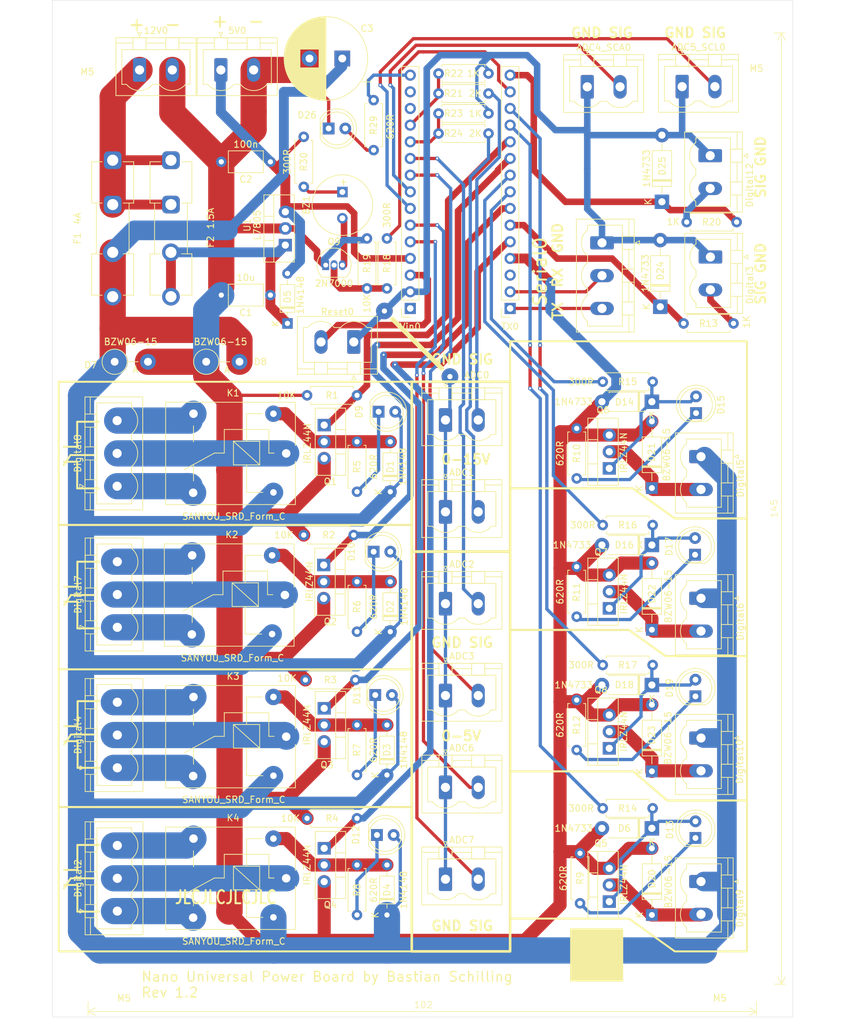
<source format=kicad_pcb>
(kicad_pcb
	(version 20241229)
	(generator "pcbnew")
	(generator_version "9.0")
	(general
		(thickness 1.6)
		(legacy_teardrops no)
	)
	(paper "A4")
	(layers
		(0 "F.Cu" signal)
		(2 "B.Cu" signal)
		(9 "F.Adhes" user "F.Adhesive")
		(11 "B.Adhes" user "B.Adhesive")
		(13 "F.Paste" user)
		(15 "B.Paste" user)
		(5 "F.SilkS" user "F.Silkscreen")
		(7 "B.SilkS" user "B.Silkscreen")
		(1 "F.Mask" user)
		(3 "B.Mask" user)
		(17 "Dwgs.User" user "User.Drawings")
		(19 "Cmts.User" user "User.Comments")
		(21 "Eco1.User" user "User.Eco1")
		(23 "Eco2.User" user "User.Eco2")
		(25 "Edge.Cuts" user)
		(27 "Margin" user)
		(31 "F.CrtYd" user "F.Courtyard")
		(29 "B.CrtYd" user "B.Courtyard")
		(35 "F.Fab" user)
		(33 "B.Fab" user)
		(39 "User.1" user)
		(41 "User.2" user)
		(43 "User.3" user)
		(45 "User.4" user)
	)
	(setup
		(stackup
			(layer "F.SilkS"
				(type "Top Silk Screen")
			)
			(layer "F.Paste"
				(type "Top Solder Paste")
			)
			(layer "F.Mask"
				(type "Top Solder Mask")
				(thickness 0.01)
			)
			(layer "F.Cu"
				(type "copper")
				(thickness 0.035)
			)
			(layer "dielectric 1"
				(type "core")
				(thickness 1.51)
				(material "FR4")
				(epsilon_r 4.5)
				(loss_tangent 0.02)
			)
			(layer "B.Cu"
				(type "copper")
				(thickness 0.035)
			)
			(layer "B.Mask"
				(type "Bottom Solder Mask")
				(thickness 0.01)
			)
			(layer "B.Paste"
				(type "Bottom Solder Paste")
			)
			(layer "B.SilkS"
				(type "Bottom Silk Screen")
			)
			(copper_finish "None")
			(dielectric_constraints no)
		)
		(pad_to_mask_clearance 0)
		(allow_soldermask_bridges_in_footprints no)
		(tenting front back)
		(pcbplotparams
			(layerselection 0x00000000_00000000_55555555_575555ff)
			(plot_on_all_layers_selection 0x00000000_00000000_00000000_00000000)
			(disableapertmacros no)
			(usegerberextensions no)
			(usegerberattributes yes)
			(usegerberadvancedattributes yes)
			(creategerberjobfile yes)
			(dashed_line_dash_ratio 12.000000)
			(dashed_line_gap_ratio 3.000000)
			(svgprecision 4)
			(plotframeref no)
			(mode 1)
			(useauxorigin no)
			(hpglpennumber 1)
			(hpglpenspeed 20)
			(hpglpendiameter 15.000000)
			(pdf_front_fp_property_popups yes)
			(pdf_back_fp_property_popups yes)
			(pdf_metadata yes)
			(pdf_single_document no)
			(dxfpolygonmode yes)
			(dxfimperialunits yes)
			(dxfusepcbnewfont yes)
			(psnegative no)
			(psa4output no)
			(plot_black_and_white yes)
			(plotinvisibletext no)
			(sketchpadsonfab no)
			(plotpadnumbers no)
			(hidednponfab no)
			(sketchdnponfab yes)
			(crossoutdnponfab yes)
			(subtractmaskfromsilk no)
			(outputformat 1)
			(mirror no)
			(drillshape 0)
			(scaleselection 1)
			(outputdirectory "")
		)
	)
	(net 0 "")
	(net 1 "Net-(5V0-Pin_1)")
	(net 2 "Net-(12V0-Pin_2)")
	(net 3 "Net-(12V0-Pin_1)")
	(net 4 "Net-(ADC0-Pin_1)")
	(net 5 "Net-(ADC0-Pin_2)")
	(net 6 "Net-(ADC1-Pin_2)")
	(net 7 "Net-(ADC2-Pin_2)")
	(net 8 "Net-(ADC3-Pin_2)")
	(net 9 "Net-(ADC4_SCA0-Pin_2)")
	(net 10 "Net-(ADC5_SCL0-Pin_2)")
	(net 11 "Net-(ADC6-Pin_2)")
	(net 12 "Net-(ADC7-Pin_2)")
	(net 13 "Net-(BZ1--)")
	(net 14 "Net-(D5-K)")
	(net 15 "Net-(D1-K)")
	(net 16 "Net-(D1-A)")
	(net 17 "Net-(D2-A)")
	(net 18 "Net-(D3-A)")
	(net 19 "Net-(D4-A)")
	(net 20 "Net-(D13-A)")
	(net 21 "Net-(D9-K)")
	(net 22 "Net-(D10-K)")
	(net 23 "Net-(D11-K)")
	(net 24 "Net-(D12-K)")
	(net 25 "Net-(D13-K)")
	(net 26 "Net-(D14-K)")
	(net 27 "Net-(D15-K)")
	(net 28 "Net-(D16-K)")
	(net 29 "Net-(D17-K)")
	(net 30 "Net-(D18-K)")
	(net 31 "Net-(D19-K)")
	(net 32 "Net-(D20-K)")
	(net 33 "Net-(D21-K)")
	(net 34 "Net-(D22-K)")
	(net 35 "Net-(D23-K)")
	(net 36 "Net-(D24-K)")
	(net 37 "Net-(D25-K)")
	(net 38 "Net-(D26-A)")
	(net 39 "Net-(Digital2-Pin_2)")
	(net 40 "Net-(Digital2-Pin_3)")
	(net 41 "Net-(Digital2-Pin_1)")
	(net 42 "Net-(Digital3-Pin_2)")
	(net 43 "Net-(Digital4-Pin_3)")
	(net 44 "Net-(Digital4-Pin_1)")
	(net 45 "Net-(Digital4-Pin_2)")
	(net 46 "Net-(Digital7-Pin_2)")
	(net 47 "Net-(Digital7-Pin_1)")
	(net 48 "Net-(Digital7-Pin_3)")
	(net 49 "Net-(Digital8-Pin_3)")
	(net 50 "Net-(Digital8-Pin_2)")
	(net 51 "Net-(Digital8-Pin_1)")
	(net 52 "Net-(Digital12-Pin_2)")
	(net 53 "Net-(Q1-G)")
	(net 54 "Net-(Q2-G)")
	(net 55 "Net-(Q3-G)")
	(net 56 "Net-(Q4-G)")
	(net 57 "Net-(Q9-G)")
	(net 58 "Net-(TX0-Pin_13)")
	(net 59 "Net-(TX0-Pin_8)")
	(net 60 "Net-(TX0-Pin_9)")
	(net 61 "Net-(TX0-Pin_12)")
	(net 62 "Net-(TX0-Pin_14)")
	(net 63 "Net-(Vin0-Pin_15)")
	(net 64 "Net-(Reset0-Pin_2)")
	(net 65 "Net-(Serial0-Pin_2)")
	(net 66 "Net-(Serial0-Pin_3)")
	(net 67 "unconnected-(TX0-Pin_3-Pad3)")
	(net 68 "unconnected-(Vin0-Pin_1-Pad1)")
	(net 69 "unconnected-(Vin0-Pin_13-Pad13)")
	(net 70 "unconnected-(Vin0-Pin_14-Pad14)")
	(net 71 "Net-(Vin0-Pin_12)")
	(net 72 "Net-(Vin0-Pin_11)")
	(net 73 "Net-(BZ1-+)")
	(footprint "MountingHole:MountingHole_5.3mm_M5_ISO14580" (layer "F.Cu") (at 22.5 21))
	(footprint "Diode_THT:D_DO-41_SOD81_P10.16mm_Horizontal" (layer "F.Cu") (at 109.782 62.738 90))
	(footprint "Diode_THT:D_DO-35_SOD27_P7.62mm_Horizontal" (layer "F.Cu") (at 68.58 90.932 90))
	(footprint "Connector_Phoenix_MSTB:PhoenixContact_MSTBVA_2,5_3-G_1x03_P5.00mm_Vertical" (layer "F.Cu") (at 26.8915 90.09 90))
	(footprint "Package_TO_SOT_THT:TO-92_Inline" (layer "F.Cu") (at 58.728 56.388))
	(footprint "Relay_THT:Relay_SPDT_SANYOU_SRD_Series_Form_C" (layer "F.Cu") (at 52.696 85.09 180))
	(footprint "Connector_Phoenix_MSTB:PhoenixContact_MSTBVA_2,5_2-G_1x02_P5.00mm_Vertical" (layer "F.Cu") (at 63.01 68.1045 180))
	(footprint "Resistor_THT:R_Axial_DIN0207_L6.3mm_D2.5mm_P7.62mm_Horizontal" (layer "F.Cu") (at 97.536 146.05 -90))
	(footprint "Connector_Phoenix_MSTB:PhoenixContact_MSTBVA_2,5_2-G_1x02_P5.00mm_Vertical" (layer "F.Cu") (at 116 150.355 -90))
	(footprint "Diode_THT:D_A-405_P10.16mm_Horizontal" (layer "F.Cu") (at 108.5 133.555 90))
	(footprint "Package_TO_SOT_THT:TO-220-3_Vertical" (layer "F.Cu") (at 58.491 80.772 -90))
	(footprint "Connector_Phoenix_MSTB:PhoenixContact_MSTBVA_2,5_2-G_1x02_P5.00mm_Vertical" (layer "F.Cu") (at 116 128.475 -90))
	(footprint "Resistor_THT:R_Axial_DIN0207_L6.3mm_D2.5mm_P7.62mm_Horizontal" (layer "F.Cu") (at 101 74.168))
	(footprint "Connector_Phoenix_MSTB:PhoenixContact_MSTBVA_2,5_2-G_1x02_P5.00mm_Vertical" (layer "F.Cu") (at 116 85.585 -90))
	(footprint "Resistor_THT:R_Axial_DIN0207_L6.3mm_D2.5mm_P7.62mm_Horizontal" (layer "F.Cu") (at 75.946 36.322))
	(footprint "Resistor_THT:R_Axial_DIN0207_L6.3mm_D2.5mm_P7.62mm_Horizontal" (layer "F.Cu") (at 68.072 52.324 -90))
	(footprint "Resistor_THT:R_Axial_DIN0207_L6.3mm_D2.5mm_P7.62mm_Horizontal" (layer "F.Cu") (at 63.5 126.492 -90))
	(footprint "Diode_THT:D_DO-35_SOD27_P7.62mm_Horizontal" (layer "F.Cu") (at 68.072 134.112 90))
	(footprint "Resistor_THT:R_Axial_DIN0207_L6.3mm_D2.5mm_P7.62mm_Horizontal" (layer "F.Cu") (at 63.5 76.237665 180))
	(footprint "Diode_THT:D_DO-15_P5.08mm_Vertical_AnodeUp" (layer "F.Cu") (at 40.486 71.12))
	(footprint "Connector_PinSocket_2.54mm:PinSocket_1x15_P2.54mm_Vertical" (layer "F.Cu") (at 71.628 62.992 180))
	(footprint "Connector_Phoenix_MSTB:PhoenixContact_MSTBVA_2,5_3-G_1x03_P5.00mm_Vertical" (layer "F.Cu") (at 26.924 111.6 90))
	(footprint "Connector_Phoenix_MSTB:PhoenixContact_MSTBVA_2,5_2-G_1x02_P5.00mm_Vertical" (layer "F.Cu") (at 116 107.175 -90))
	(footprint "LED_THT:LED_D5.0mm" (layer "F.Cu") (at 66.548 143.256))
	(footprint "Connector_Phoenix_MSTB:PhoenixContact_MSTBVA_2,5_2-G_1x02_P5.00mm_Vertical" (layer "F.Cu") (at 98.642 29.21))
	(footprint "Package_TO_SOT_THT:TO-220-3_Vertical" (layer "F.Cu") (at 102 153.416 90))
	(footprint "MountingHole:MountingHole_5.3mm_M5_ISO14580" (layer "F.Cu") (at 124.5 166))
	(footprint "Connector_Phoenix_MSTB:PhoenixContact_MSTBVA_2,5_3-G_1x03_P5.00mm_Vertical"
		(layer "F.Cu")
		(uuid "49467b75-4ef9-4b59-923a-98e0ba555833")
		(at 100.892 52.992 -90)
		(descr "Generic Phoenix Contact connector footprint for: MSTBVA_2,5/3-G; number of pins: 03; pin pitch: 5.00mm; Vertical || order number: 1755529 12A || order number: 1924208 16A (HC)")
		(tags "phoenix_contact connector MSTBVA_01x03_G_5.00mm")
		(property "Reference" "Serial0"
			(at 4.412 9.452 270)
			(layer "F.SilkS")
			(uuid "f4e4351f-647d-41f6-9a14-895c5a11db32")
			(effects
				(font
					(size 2 2)
					(thickness 0.3)
				)
			)
		)
		(property "Value" "Screw_Terminal_01x03"
			(at 5 5 270)
			(layer "F.Fab")
			(uuid "35bd96ee-20ed-43c2-996d-d73e1fba20a2")
			(effects
				(font
					(size 1 1)
					(thickness 0.15)
				)
			)
		)
		(property "Datasheet" ""
			(at 0 0 270)
			(unlocked yes)
			(layer "F.Fab")
			(hide yes)
			(uuid "85a41619-3dd2-4eff-8f35-b3d9cf1cf1e0")
			(effects
				(font
					(size 1.27 1.27)
					(thickness 0.15)
				)
			)
		)
		(property "Description" "Generic screw terminal, single row, 01x03, script generated (kicad-library-utils/schlib/autogen/connector/)"
			(at 0 0 270)
			(unlocked yes)
			(layer "F.Fab")
			(hide yes)
			(uuid "92e49a5c-fc95-417b-aed4-16d32791d5d1")
			(effects
				(font
					(size 1.27 1.27)
					(thickness 0.15)
				)
			)
		)
		(property ki_fp_filters "TerminalBlock*:*")
		(path "/2b5fb129-a6bb-4961-a7d0-d8b4c54bd98a")
		(sheetname "/")
		(sheetfile "Nano Universal.kicad_sch")
		(attr through_hole)
		(fp_line
			(start -3.61 3.91)
			(end 13.61 3.91)
			(stroke
				(width 0.12)
				(type solid)
			)
			(layer "F.SilkS")
			(uuid "ea313bbd-dda7-471b-9e89-fe903703f9ef")
		)
		(fp_line
			(start 13.61 3.91)
			(end 13.61 -4.91)
			(stroke
				(width 0.12)
				(type solid)
			)
			(layer "F.SilkS")
			(uuid "d3681b38-2b88-4fdb-8593-ee492ca764f5")
		)
		(fp_line
			(start -2.7 2.2)
			(end -2.7 -3.1)
			(stroke
				(width 0.12)
				(type solid)
			)
			(layer "F.SilkS")
			(uuid "691f4dce-35fe-4f0a-97c0-a3ab04289a9f")
		)
		(fp_line
			(start -2 2.2)
			(end -2.7 2.2)
			(stroke
				(width 0.12)
				(type solid)
			)
			(layer "F.SilkS")
			(uuid "c3d9fa7b-01b3-4e03-99ad-fea4e5865005")
		)
		(fp_line
			(start 2 2.2)
			(end 3 2.2)
			(stroke
				(width 0.12)
				(type solid)
			)
			(layer "F.SilkS")
			(uuid "2f83e36d-6aa9-4e8c-8326-fdbbf86bedcd")
		)
		(fp_line
			(start 7 2.2)
			(end 8 2.2)
			(stroke
				(width 0.12)
				(type solid)
			)
			(layer "F.SilkS")
			(uuid "4bac381b-66e0-477b-bb2f-c6bf7efd5293")
		)
		(fp_line
			(start 12.7 2.2)
			(end 12 2.2)
			(stroke
				(width 0.12)
				(type solid)
			)
			(layer "F.SilkS")
			(uuid "586992b1-202c-43ab-9e66-1a0cc86a1ecb")
		)
		(fp_line
			(start -2.7 -3.1)
			(end 12.7 -3.1)
			(stroke
				(width 0.12)
				(type solid)
			)
			(layer "F.SilkS")
			(uuid "51f76745-989b-419e-8a17-58f20e3230fe")
		)
		(fp_line
			(start -1 -3.1)
			(end -1 -4.91)
			(stroke
				(width 0.12)
				(type solid)
			)
			(layer "F.SilkS")
			(uuid "1d96259f-253b-458f-baf1-f4aada866a35")
		)
		(fp_line
			(start 1 -3.1)
			(end -1 -3.1)
			(stroke
				(width 0.12)
				(type solid)
			)
			(layer "F.SilkS")
			(uuid "aa918554-96d6-47cb-bdbc-93d2b1927013")
		)
		(fp_line
			(start 4 -3.1)
			(end 4 -4.91)
			(stroke
				(width 0.12)
				(type solid)
			)
			(layer "F.SilkS")
			(uuid "e2e32080-e302-4fed-8ab6-ebc53f821604")
		)
		(fp_line
			(start 6 -3.1)
			(end 4 -3.1)
			(stroke
				(width 0.12)
				(type solid)
			)
			(layer "F.SilkS")
			(uuid "cabec222-2e13-4aa7-9cc0-b89e8ca772a4")
		)
		(fp_line
			(start 9 -3.1)
			(end 9 -4.91)
			(stroke
				(width 0.12)
				(type solid)
			)
			(layer "F.SilkS")
			(uuid "c837168f-ee2e-47ac-8110-21006588e413")
		)
		(fp_line
			(start 11 -3.1)
			(end 9 -3.1)
			(stroke
				(width 0.12)
				(type solid)
			)
			(layer "F.SilkS")
			(uuid "4384d4f4-0c71-4fa0-b503-4d72081c8012")
		)
		(fp_line
			(start 12.7 -3.1)
			(end 12.7 2.2)
			(stroke
				(width 0.12)
				(type solid)
			)
			(layer "F.SilkS")
			(uuid "8b521dc0-b6f5-4752-b72e-158c209ee436")
		)
		(fp_line
			(start -3.61 -4.1)
			(end -1.11 -4.1)
			(stroke
				(width 0.12)
				(type solid)
			)
			(layer "F.SilkS")
			(uuid "5950d612-4614-415b-ab7b-5f65a501d39b")
		)
		(fp_line
			(start 1 -4.1)
			(end 4 -4.1)
			(stroke
				(width 0.12)
				(type solid)
			)
			(layer "F.SilkS")
			(uuid "732434d8-9c82-4a60-94ad-1f89a0514651")
		)
		(fp_line
			(start 6 -4.1)
			(end 9 -4.1)
			(stroke
				(width 0.12)
				(type solid)
			)
			(layer "F.SilkS")
			(uuid "01d42038-5329-4937-86fe-07a6d23f104e")
		)
		(fp_line
			(start 13.61 -4.1)
			(end 11.11 -4.1)
			(stroke
				(width 0.12)
				(type solid)
			)
			(layer "F.SilkS")
			(uuid "b2b8cbb1-c569-4999-aa1d-1a20499c03c2")
		)
		(fp_line
			(start -3.61 -4.91)
			(end -3.61 3.91)
			(stroke
				(width 0.12)
				(type solid)
			)
			(layer "F.SilkS")
			(uuid "fc67eba4-152c-4159-995f-61a3331ebde3")
		)
		(fp_line
			(start -1 -4.91)
			(end 1 -4.91)
			(stroke
				(width 0.12)
				(type solid)
			)
			(layer "F.SilkS")
			(uuid "3105dd4c-2cb3-4e2f-91d7-56efcf68031d")
		)
		(fp_line
			(start 1 -4.91)
			(end 1 -3.1)
			(stroke
				(width 0.12)
				(type solid)
			)
			(layer "F.SilkS")
			(uuid "0a292840-3d35-4c0b-8ea0-ff99e32614f0")
		)
		(fp_line
			(start 4 -4.91)
			(end 6 -4.91)
			(stroke
				(width 0.12)
				(type solid)
			)
			(layer "F.SilkS")
			(uuid "cf5bc15b-de4d-4257-8a0e-123bd4f95954")
		)
		(fp_line
			(start 6 -4.91)
			(end 6 -3.1)
			(stroke
				(width 0.12)
				(type solid)
			)
			(layer "F.SilkS")
			(uuid "1a20b8d5-0810-4af9-8e76-20894c5791bc")
		)
		(fp_line
			(start 9 -4.91)
			(end 11 -4.91)
			(stroke
				(width 0.12)
				(type solid)
			)
			(layer "F.SilkS")
			(uuid "ffe79ba8-0d2d-487f-8dbf-0bae35acf245")
		)
		(fp_line
			(start 11 -4.91)
			(end 11 -3.1)
			(stroke
				(width 0.12)
				(type solid)
			)
			(layer "F.SilkS")
			(uuid "9013ca8b-67bb-4049-9120-1b69f307dba4")
		)
		(fp_line
			(start 13.61 -4.91)
			(end -3.61 -4.91)
			(stroke
				(width 0.12)
				(type solid)
			)
			(layer "F.SilkS")
			(uuid "7745b5f2-d278-4c4a-81c0-03a111931a0b")
		)
		(fp_line
			(start 0 -5.11)
			(end -0.3 -5.71)
			(stroke
				(width 0.12)
				(type solid)
			)
			(layer "F.SilkS")
			(uuid "83adccc3-899d-4102-956a-872b6e496f55")
		)
		(fp_line
			(start -0.3 -5.71)
			(end 0.3 -5.71)
			(stroke
				(width 0.12)
				(type solid)
			)
			(layer "F.SilkS")
			(uuid "dbc6ad84-3027-414d-bccd-e49761aeb8d5")
		)
		(fp_line
			(start 0.3 -5.71)
			(end 0 -5.11)
			(stroke
				(width 0.12)
				(type solid)
			)
			(layer "F.SilkS")
			(uuid "abfbcab5-0f00-492c-9fd5-642f58167639")
		)
		(fp_arc
			(start 1.986842 2.215821)
			(mid -0.010289 3.142758)
			(end -2 2.2)
			(stroke
				(width 0.12)
				(type solid)
			)
			(layer "F.SilkS")
			(uuid "4ffddedd-0e27-4ef0-93fc-08c3ed863658")
		)
		(fp_arc
			(start 6.986842 2.215821)
			(mid 4.989711 3.142758)
			(end 3 2.2)
			(stroke
				(width 0.12)
				(type solid)
			)
			(layer "F.SilkS")
			(uuid "fdadd63a-26de-47e4-94c8-8b620e3cd140")
		)
		(fp_arc
			(start 11.986842 2.215821)
			(mid 9.989711 3.142758)
			(end 
... [624901 chars truncated]
</source>
